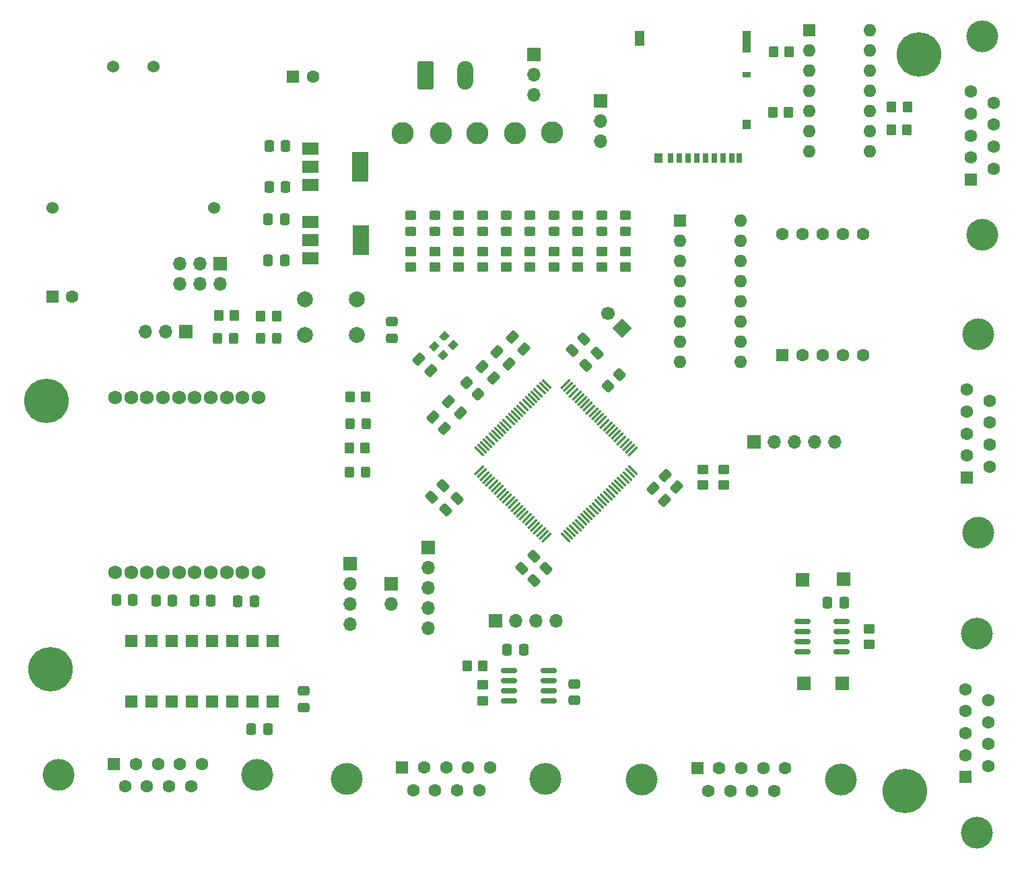
<source format=gbr>
%TF.GenerationSoftware,KiCad,Pcbnew,6.0.11-2627ca5db0~126~ubuntu20.04.1*%
%TF.CreationDate,2023-05-10T16:13:11+05:30*%
%TF.ProjectId,MVCU_F407,4d564355-5f46-4343-9037-2e6b69636164,rev?*%
%TF.SameCoordinates,Original*%
%TF.FileFunction,Soldermask,Top*%
%TF.FilePolarity,Negative*%
%FSLAX46Y46*%
G04 Gerber Fmt 4.6, Leading zero omitted, Abs format (unit mm)*
G04 Created by KiCad (PCBNEW 6.0.11-2627ca5db0~126~ubuntu20.04.1) date 2023-05-10 16:13:11*
%MOMM*%
%LPD*%
G01*
G04 APERTURE LIST*
G04 Aperture macros list*
%AMRoundRect*
0 Rectangle with rounded corners*
0 $1 Rounding radius*
0 $2 $3 $4 $5 $6 $7 $8 $9 X,Y pos of 4 corners*
0 Add a 4 corners polygon primitive as box body*
4,1,4,$2,$3,$4,$5,$6,$7,$8,$9,$2,$3,0*
0 Add four circle primitives for the rounded corners*
1,1,$1+$1,$2,$3*
1,1,$1+$1,$4,$5*
1,1,$1+$1,$6,$7*
1,1,$1+$1,$8,$9*
0 Add four rect primitives between the rounded corners*
20,1,$1+$1,$2,$3,$4,$5,0*
20,1,$1+$1,$4,$5,$6,$7,0*
20,1,$1+$1,$6,$7,$8,$9,0*
20,1,$1+$1,$8,$9,$2,$3,0*%
%AMHorizOval*
0 Thick line with rounded ends*
0 $1 width*
0 $2 $3 position (X,Y) of the first rounded end (center of the circle)*
0 $4 $5 position (X,Y) of the second rounded end (center of the circle)*
0 Add line between two ends*
20,1,$1,$2,$3,$4,$5,0*
0 Add two circle primitives to create the rounded ends*
1,1,$1,$2,$3*
1,1,$1,$4,$5*%
%AMRotRect*
0 Rectangle, with rotation*
0 The origin of the aperture is its center*
0 $1 length*
0 $2 width*
0 $3 Rotation angle, in degrees counterclockwise*
0 Add horizontal line*
21,1,$1,$2,0,0,$3*%
%AMOutline5P*
0 Free polygon, 5 corners , with rotation*
0 The origin of the aperture is its center*
0 number of corners: always 5*
0 $1 to $10 corner X, Y*
0 $11 Rotation angle, in degrees counterclockwise*
0 create outline with 5 corners*
4,1,5,$1,$2,$3,$4,$5,$6,$7,$8,$9,$10,$1,$2,$11*%
%AMOutline6P*
0 Free polygon, 6 corners , with rotation*
0 The origin of the aperture is its center*
0 number of corners: always 6*
0 $1 to $12 corner X, Y*
0 $13 Rotation angle, in degrees counterclockwise*
0 create outline with 6 corners*
4,1,6,$1,$2,$3,$4,$5,$6,$7,$8,$9,$10,$11,$12,$1,$2,$13*%
%AMOutline7P*
0 Free polygon, 7 corners , with rotation*
0 The origin of the aperture is its center*
0 number of corners: always 7*
0 $1 to $14 corner X, Y*
0 $15 Rotation angle, in degrees counterclockwise*
0 create outline with 7 corners*
4,1,7,$1,$2,$3,$4,$5,$6,$7,$8,$9,$10,$11,$12,$13,$14,$1,$2,$15*%
%AMOutline8P*
0 Free polygon, 8 corners , with rotation*
0 The origin of the aperture is its center*
0 number of corners: always 8*
0 $1 to $16 corner X, Y*
0 $17 Rotation angle, in degrees counterclockwise*
0 create outline with 8 corners*
4,1,8,$1,$2,$3,$4,$5,$6,$7,$8,$9,$10,$11,$12,$13,$14,$15,$16,$1,$2,$17*%
G04 Aperture macros list end*
%ADD10RoundRect,0.250000X-0.450000X0.325000X-0.450000X-0.325000X0.450000X-0.325000X0.450000X0.325000X0*%
%ADD11RoundRect,0.250000X-0.450000X0.350000X-0.450000X-0.350000X0.450000X-0.350000X0.450000X0.350000X0*%
%ADD12RoundRect,0.250000X0.325000X0.450000X-0.325000X0.450000X-0.325000X-0.450000X0.325000X-0.450000X0*%
%ADD13R,1.600000X1.600000*%
%ADD14O,1.600000X1.600000*%
%ADD15RoundRect,0.250000X-0.070711X0.565685X-0.565685X0.070711X0.070711X-0.565685X0.565685X-0.070711X0*%
%ADD16RoundRect,0.250000X0.574524X0.097227X0.097227X0.574524X-0.574524X-0.097227X-0.097227X-0.574524X0*%
%ADD17C,2.800000*%
%ADD18RoundRect,0.250000X-0.350000X-0.450000X0.350000X-0.450000X0.350000X0.450000X-0.350000X0.450000X0*%
%ADD19C,4.000000*%
%ADD20C,1.600000*%
%ADD21RoundRect,0.250000X-0.325000X-0.450000X0.325000X-0.450000X0.325000X0.450000X-0.325000X0.450000X0*%
%ADD22RoundRect,0.250000X-0.097227X0.574524X-0.574524X0.097227X0.097227X-0.574524X0.574524X-0.097227X0*%
%ADD23RoundRect,0.250000X0.350000X0.450000X-0.350000X0.450000X-0.350000X-0.450000X0.350000X-0.450000X0*%
%ADD24C,1.727200*%
%ADD25RoundRect,0.250000X0.337500X0.475000X-0.337500X0.475000X-0.337500X-0.475000X0.337500X-0.475000X0*%
%ADD26RoundRect,0.250000X-0.337500X-0.475000X0.337500X-0.475000X0.337500X0.475000X-0.337500X0.475000X0*%
%ADD27C,5.600000*%
%ADD28R,1.700000X1.700000*%
%ADD29O,1.700000X1.700000*%
%ADD30R,2.000000X1.500000*%
%ADD31R,2.000000X3.800000*%
%ADD32R,0.700000X1.200000*%
%ADD33R,1.000000X0.800000*%
%ADD34R,1.300000X1.900000*%
%ADD35R,1.000000X1.200000*%
%ADD36R,1.000000X2.800000*%
%ADD37RoundRect,0.250000X0.097227X-0.574524X0.574524X-0.097227X-0.097227X0.574524X-0.574524X0.097227X0*%
%ADD38RoundRect,0.250000X0.475000X-0.337500X0.475000X0.337500X-0.475000X0.337500X-0.475000X-0.337500X0*%
%ADD39RoundRect,0.250000X-0.750000X-1.550000X0.750000X-1.550000X0.750000X1.550000X-0.750000X1.550000X0*%
%ADD40O,2.000000X3.600000*%
%ADD41RoundRect,0.250000X-0.574524X-0.097227X-0.097227X-0.574524X0.574524X0.097227X0.097227X0.574524X0*%
%ADD42RoundRect,0.250000X0.565685X0.070711X0.070711X0.565685X-0.565685X-0.070711X-0.070711X-0.565685X0*%
%ADD43Outline5P,-0.500000X0.450000X0.230000X0.450000X0.500000X0.180000X0.500000X-0.450000X-0.500000X-0.450000X225.000000*%
%ADD44RotRect,1.000000X0.900000X225.000000*%
%ADD45RoundRect,0.075000X-0.565685X0.459619X0.459619X-0.565685X0.565685X-0.459619X-0.459619X0.565685X0*%
%ADD46RoundRect,0.075000X-0.565685X-0.459619X-0.459619X-0.565685X0.565685X0.459619X0.459619X0.565685X0*%
%ADD47C,2.000000*%
%ADD48RotRect,1.700000X1.700000X225.000000*%
%ADD49HorizOval,1.700000X0.000000X0.000000X0.000000X0.000000X0*%
%ADD50C,1.524000*%
%ADD51RoundRect,0.150000X-0.825000X-0.150000X0.825000X-0.150000X0.825000X0.150000X-0.825000X0.150000X0*%
%ADD52RoundRect,0.150000X0.825000X0.150000X-0.825000X0.150000X-0.825000X-0.150000X0.825000X-0.150000X0*%
%ADD53RoundRect,0.250000X0.450000X-0.350000X0.450000X0.350000X-0.450000X0.350000X-0.450000X-0.350000X0*%
G04 APERTURE END LIST*
D10*
%TO.C,D5*%
X127275000Y-61675000D03*
X127275000Y-63725000D03*
%TD*%
D11*
%TO.C,R17*%
X115275000Y-66200000D03*
X115275000Y-68200000D03*
%TD*%
D12*
%TO.C,D11*%
X95425000Y-77150000D03*
X93375000Y-77150000D03*
%TD*%
D13*
%TO.C,U1*%
X162371000Y-38394000D03*
D14*
X162371000Y-40934000D03*
X162371000Y-43474000D03*
X162371000Y-46014000D03*
X162371000Y-48554000D03*
X162371000Y-51094000D03*
X162371000Y-53634000D03*
X169991000Y-53634000D03*
X169991000Y-51094000D03*
X169991000Y-48554000D03*
X169991000Y-46014000D03*
X169991000Y-43474000D03*
X169991000Y-40934000D03*
X169991000Y-38394000D03*
%TD*%
D15*
%TO.C,R1*%
X138508107Y-81757893D03*
X137093893Y-83172107D03*
%TD*%
D16*
%TO.C,C13*%
X124601139Y-80358353D03*
X123133893Y-78891107D03*
%TD*%
D17*
%TO.C,+Vin*%
X130054000Y-51223000D03*
%TD*%
D18*
%TO.C,R5*%
X172671000Y-50919000D03*
X174671000Y-50919000D03*
%TD*%
D17*
%TO.C,-Vin*%
X125355000Y-51350000D03*
%TD*%
D10*
%TO.C,D2*%
X136275000Y-61675000D03*
X136275000Y-63725000D03*
%TD*%
D19*
%TO.C,J6*%
X183606107Y-76656893D03*
X183606107Y-101656893D03*
D13*
X182186107Y-94696893D03*
D20*
X182186107Y-91926893D03*
X182186107Y-89156893D03*
X182186107Y-86386893D03*
X182186107Y-83616893D03*
X185026107Y-93311893D03*
X185026107Y-90541893D03*
X185026107Y-87771893D03*
X185026107Y-85001893D03*
%TD*%
D11*
%TO.C,R12*%
X130275000Y-66200000D03*
X130275000Y-68200000D03*
%TD*%
D18*
%TO.C,R19*%
X93400000Y-74350000D03*
X95400000Y-74350000D03*
%TD*%
D21*
%TO.C,D13*%
X104509000Y-93985500D03*
X106559000Y-93985500D03*
%TD*%
D22*
%TO.C,C6*%
X129246406Y-106156754D03*
X127779160Y-107624000D03*
%TD*%
D23*
%TO.C,R22*%
X106534000Y-90985500D03*
X104534000Y-90985500D03*
%TD*%
D24*
%TO.C,U9*%
X75100660Y-106648200D03*
X77102180Y-106648200D03*
X79101160Y-106648200D03*
X81102680Y-106648200D03*
X83101660Y-106648200D03*
X85100640Y-106648200D03*
X87102160Y-106648200D03*
X89101140Y-106648200D03*
X91102660Y-106648200D03*
X93101640Y-106648200D03*
X93101640Y-84651800D03*
X91102660Y-84651800D03*
X89101140Y-84651800D03*
X87102160Y-84651800D03*
X85100640Y-84651800D03*
X83101660Y-84651800D03*
X81102680Y-84651800D03*
X79101160Y-84651800D03*
X77102180Y-84651800D03*
X75100660Y-84651800D03*
%TD*%
D11*
%TO.C,R11*%
X133275000Y-66200000D03*
X133275000Y-68200000D03*
%TD*%
D13*
%TO.C,U10*%
X158995000Y-79300000D03*
D20*
X161535000Y-79300000D03*
X164075000Y-79300000D03*
X166615000Y-79300000D03*
X169155000Y-79300000D03*
X169155000Y-64060000D03*
X166615000Y-64060000D03*
X164075000Y-64060000D03*
X161535000Y-64060000D03*
X158995000Y-64060000D03*
%TD*%
D25*
%TO.C,C26*%
X96512500Y-52950000D03*
X94437500Y-52950000D03*
%TD*%
D11*
%TO.C,R18*%
X112275000Y-66200000D03*
X112275000Y-68200000D03*
%TD*%
D26*
%TO.C,C19*%
X85074500Y-110200000D03*
X87149500Y-110200000D03*
%TD*%
D25*
%TO.C,C23*%
X96512500Y-58150000D03*
X94437500Y-58150000D03*
%TD*%
D26*
%TO.C,C25*%
X164701500Y-110399500D03*
X166776500Y-110399500D03*
%TD*%
D10*
%TO.C,D3*%
X133275000Y-61675000D03*
X133275000Y-63725000D03*
%TD*%
D27*
%TO.C,H4*%
X176155000Y-41444000D03*
%TD*%
D16*
%TO.C,C10*%
X144161730Y-97541516D03*
X142694484Y-96074270D03*
%TD*%
D27*
%TO.C,H2*%
X66932107Y-118792893D03*
%TD*%
D16*
%TO.C,C2*%
X126469623Y-78499623D03*
X125002377Y-77032377D03*
%TD*%
D23*
%TO.C,R4*%
X159771000Y-48719000D03*
X157771000Y-48719000D03*
%TD*%
%TO.C,R2*%
X159871000Y-41119000D03*
X157871000Y-41119000D03*
%TD*%
D28*
%TO.C,J2*%
X114425000Y-103525000D03*
D29*
X114425000Y-106065000D03*
X114425000Y-108605000D03*
X114425000Y-111145000D03*
X114425000Y-113685000D03*
%TD*%
D19*
%TO.C,J7*%
X104222107Y-132632562D03*
X129222107Y-132632562D03*
D13*
X111182107Y-131212562D03*
D20*
X113952107Y-131212562D03*
X116722107Y-131212562D03*
X119492107Y-131212562D03*
X122262107Y-131212562D03*
X112567107Y-134052562D03*
X115337107Y-134052562D03*
X118107107Y-134052562D03*
X120877107Y-134052562D03*
%TD*%
D10*
%TO.C,D6*%
X124275000Y-61675000D03*
X124275000Y-63725000D03*
%TD*%
D25*
%TO.C,C17*%
X96412500Y-67350000D03*
X94337500Y-67350000D03*
%TD*%
D30*
%TO.C,U6*%
X99625000Y-53250000D03*
X99625000Y-55550000D03*
D31*
X105925000Y-55550000D03*
D30*
X99625000Y-57850000D03*
%TD*%
D11*
%TO.C,R7*%
X148977000Y-93657000D03*
X148977000Y-95657000D03*
%TD*%
%TO.C,R13*%
X127275000Y-66200000D03*
X127275000Y-68200000D03*
%TD*%
D19*
%TO.C,J11*%
X184125776Y-39156893D03*
X184125776Y-64156893D03*
D13*
X182705776Y-57196893D03*
D20*
X182705776Y-54426893D03*
X182705776Y-51656893D03*
X182705776Y-48886893D03*
X182705776Y-46116893D03*
X185545776Y-55811893D03*
X185545776Y-53041893D03*
X185545776Y-50271893D03*
X185545776Y-47501893D03*
%TD*%
D28*
%TO.C,J20*%
X161677000Y-120565000D03*
%TD*%
%TO.C,J13*%
X155400000Y-90200000D03*
D29*
X157940000Y-90200000D03*
X160480000Y-90200000D03*
X163020000Y-90200000D03*
X165560000Y-90200000D03*
%TD*%
D13*
%TO.C,U3*%
X94922107Y-115282893D03*
X92382107Y-115282893D03*
X89842107Y-115282893D03*
X87302107Y-115282893D03*
X84762107Y-115282893D03*
X82222107Y-115282893D03*
X79682107Y-115282893D03*
X77142107Y-115282893D03*
X77142107Y-122902893D03*
X79682107Y-122902893D03*
X82222107Y-122902893D03*
X84762107Y-122902893D03*
X87302107Y-122902893D03*
X89842107Y-122902893D03*
X92382107Y-122902893D03*
X94922107Y-122902893D03*
%TD*%
D28*
%TO.C,J16*%
X127768000Y-41459000D03*
D29*
X127768000Y-43999000D03*
X127768000Y-46539000D03*
%TD*%
D28*
%TO.C,J10*%
X104625000Y-105500000D03*
D29*
X104625000Y-108040000D03*
X104625000Y-110580000D03*
X104625000Y-113120000D03*
%TD*%
D32*
%TO.C,J3*%
X144926000Y-54509000D03*
X146026000Y-54509000D03*
X147126000Y-54509000D03*
X148226000Y-54509000D03*
X149326000Y-54509000D03*
X150426000Y-54509000D03*
X151526000Y-54509000D03*
X152626000Y-54509000D03*
X153576000Y-54509000D03*
D33*
X154526000Y-44009000D03*
D34*
X141026000Y-39409000D03*
D35*
X143376000Y-54509000D03*
X154526000Y-50209000D03*
D36*
X154526000Y-39859000D03*
%TD*%
D37*
%TO.C,C7*%
X126255160Y-106100000D03*
X127722406Y-104632754D03*
%TD*%
D19*
%TO.C,J12*%
X183452669Y-139356893D03*
X183452669Y-114356893D03*
D13*
X182032669Y-132396893D03*
D20*
X182032669Y-129626893D03*
X182032669Y-126856893D03*
X182032669Y-124086893D03*
X182032669Y-121316893D03*
X184872669Y-131011893D03*
X184872669Y-128241893D03*
X184872669Y-125471893D03*
X184872669Y-122701893D03*
%TD*%
D25*
%TO.C,C18*%
X94269607Y-126392893D03*
X92194607Y-126392893D03*
%TD*%
D26*
%TO.C,C22*%
X80248500Y-110151000D03*
X82323500Y-110151000D03*
%TD*%
D28*
%TO.C,J21*%
X166657000Y-107455000D03*
%TD*%
D11*
%TO.C,R16*%
X118275000Y-66200000D03*
X118275000Y-68200000D03*
%TD*%
D10*
%TO.C,D9*%
X115275000Y-61675000D03*
X115275000Y-63725000D03*
%TD*%
D26*
%TO.C,C16*%
X90535500Y-110278000D03*
X92610500Y-110278000D03*
%TD*%
D13*
%TO.C,U8*%
X146105000Y-62327500D03*
D14*
X146105000Y-64867500D03*
X146105000Y-67407500D03*
X146105000Y-69947500D03*
X146105000Y-72487500D03*
X146105000Y-75027500D03*
X146105000Y-77567500D03*
X146105000Y-80107500D03*
X153725000Y-80107500D03*
X153725000Y-77567500D03*
X153725000Y-75027500D03*
X153725000Y-72487500D03*
X153725000Y-69947500D03*
X153725000Y-67407500D03*
X153725000Y-64867500D03*
X153725000Y-62327500D03*
%TD*%
D27*
%TO.C,H3*%
X66475000Y-85000000D03*
%TD*%
D17*
%TO.C,+5V*%
X111258000Y-51350000D03*
%TD*%
D38*
%TO.C,C3*%
X109861000Y-77152500D03*
X109861000Y-75077500D03*
%TD*%
D30*
%TO.C,U4*%
X99675000Y-62500000D03*
X99675000Y-64800000D03*
D31*
X105975000Y-64800000D03*
D30*
X99675000Y-67100000D03*
%TD*%
D10*
%TO.C,D4*%
X130275000Y-61675000D03*
X130275000Y-63725000D03*
%TD*%
D39*
%TO.C,J5*%
X114152107Y-44071500D03*
D40*
X119152107Y-44071500D03*
%TD*%
D41*
%TO.C,C8*%
X113291377Y-79766377D03*
X114758623Y-81233623D03*
%TD*%
D16*
%TO.C,C1*%
X122659623Y-82182623D03*
X121192377Y-80715377D03*
%TD*%
D22*
%TO.C,C14*%
X116358623Y-95666377D03*
X114891377Y-97133623D03*
%TD*%
D28*
%TO.C,J17*%
X88275000Y-67750000D03*
D29*
X88275000Y-70290000D03*
X85735000Y-67750000D03*
X85735000Y-70290000D03*
X83195000Y-67750000D03*
X83195000Y-70290000D03*
%TD*%
D11*
%TO.C,R20*%
X169932000Y-113723000D03*
X169932000Y-115723000D03*
%TD*%
D38*
%TO.C,C21*%
X98812000Y-123613000D03*
X98812000Y-121538000D03*
%TD*%
D22*
%TO.C,C11*%
X118136623Y-97317377D03*
X116669377Y-98784623D03*
%TD*%
D28*
%TO.C,J22*%
X166503000Y-120565000D03*
%TD*%
D10*
%TO.C,D1*%
X139275000Y-61675000D03*
X139275000Y-63725000D03*
%TD*%
D26*
%TO.C,C28*%
X75237500Y-110100000D03*
X77312500Y-110100000D03*
%TD*%
D41*
%TO.C,C5*%
X144218484Y-94423270D03*
X145685730Y-95890516D03*
%TD*%
D19*
%TO.C,J4*%
X67972107Y-132132562D03*
X92972107Y-132132562D03*
D13*
X74932107Y-130712562D03*
D20*
X77702107Y-130712562D03*
X80472107Y-130712562D03*
X83242107Y-130712562D03*
X86012107Y-130712562D03*
X76317107Y-133552562D03*
X79087107Y-133552562D03*
X81857107Y-133552562D03*
X84627107Y-133552562D03*
%TD*%
D28*
%TO.C,J14*%
X122925000Y-112700000D03*
D29*
X125465000Y-112700000D03*
X128005000Y-112700000D03*
X130545000Y-112700000D03*
%TD*%
D23*
%TO.C,R25*%
X121325000Y-118400000D03*
X119325000Y-118400000D03*
%TD*%
D21*
%TO.C,D12*%
X87975000Y-77200000D03*
X90025000Y-77200000D03*
%TD*%
D27*
%TO.C,H1*%
X174425000Y-134100000D03*
%TD*%
D28*
%TO.C,J18*%
X83975000Y-76300000D03*
D29*
X81435000Y-76300000D03*
X78895000Y-76300000D03*
%TD*%
D17*
%TO.C,3V3*%
X116084000Y-51350000D03*
%TD*%
D25*
%TO.C,C20*%
X96412500Y-62200000D03*
X94337500Y-62200000D03*
%TD*%
D42*
%TO.C,R3*%
X120728107Y-84188107D03*
X119313893Y-82773893D03*
%TD*%
D11*
%TO.C,R9*%
X139275000Y-66200000D03*
X139275000Y-68200000D03*
%TD*%
%TO.C,R14*%
X124275000Y-66200000D03*
X124275000Y-68200000D03*
%TD*%
D19*
%TO.C,J8*%
X166322107Y-132682562D03*
X141322107Y-132682562D03*
D13*
X148282107Y-131262562D03*
D20*
X151052107Y-131262562D03*
X153822107Y-131262562D03*
X156592107Y-131262562D03*
X159362107Y-131262562D03*
X149667107Y-134102562D03*
X152437107Y-134102562D03*
X155207107Y-134102562D03*
X157977107Y-134102562D03*
%TD*%
D10*
%TO.C,D10*%
X112275000Y-61675000D03*
X112275000Y-63725000D03*
%TD*%
D11*
%TO.C,R8*%
X151644000Y-93657000D03*
X151644000Y-95657000D03*
%TD*%
D43*
%TO.C,Y1*%
X116513388Y-76880996D03*
D44*
X115240596Y-78153788D03*
X116336612Y-79249803D03*
X117609404Y-77969940D03*
%TD*%
D21*
%TO.C,D14*%
X104592786Y-87925714D03*
X106642786Y-87925714D03*
%TD*%
D45*
%TO.C,U2*%
X129347703Y-82923208D03*
X128994150Y-83276761D03*
X128640596Y-83630315D03*
X128287043Y-83983868D03*
X127933490Y-84337421D03*
X127579936Y-84690975D03*
X127226383Y-85044528D03*
X126872829Y-85398082D03*
X126519276Y-85751635D03*
X126165723Y-86105188D03*
X125812169Y-86458742D03*
X125458616Y-86812295D03*
X125105062Y-87165848D03*
X124751509Y-87519402D03*
X124397956Y-87872955D03*
X124044402Y-88226509D03*
X123690849Y-88580062D03*
X123337296Y-88933615D03*
X122983742Y-89287169D03*
X122630189Y-89640722D03*
X122276635Y-89994276D03*
X121923082Y-90347829D03*
X121569529Y-90701382D03*
X121215975Y-91054936D03*
X120862422Y-91408489D03*
D46*
X120862422Y-93777297D03*
X121215975Y-94130850D03*
X121569529Y-94484404D03*
X121923082Y-94837957D03*
X122276635Y-95191510D03*
X122630189Y-95545064D03*
X122983742Y-95898617D03*
X123337296Y-96252171D03*
X123690849Y-96605724D03*
X124044402Y-96959277D03*
X124397956Y-97312831D03*
X124751509Y-97666384D03*
X125105062Y-98019938D03*
X125458616Y-98373491D03*
X125812169Y-98727044D03*
X126165723Y-99080598D03*
X126519276Y-99434151D03*
X126872829Y-99787704D03*
X127226383Y-100141258D03*
X127579936Y-100494811D03*
X127933490Y-100848365D03*
X128287043Y-101201918D03*
X128640596Y-101555471D03*
X128994150Y-101909025D03*
X129347703Y-102262578D03*
D45*
X131716511Y-102262578D03*
X132070064Y-101909025D03*
X132423618Y-101555471D03*
X132777171Y-101201918D03*
X133130724Y-100848365D03*
X133484278Y-100494811D03*
X133837831Y-100141258D03*
X134191385Y-99787704D03*
X134544938Y-99434151D03*
X134898491Y-99080598D03*
X135252045Y-98727044D03*
X135605598Y-98373491D03*
X135959152Y-98019938D03*
X136312705Y-97666384D03*
X136666258Y-97312831D03*
X137019812Y-96959277D03*
X137373365Y-96605724D03*
X137726918Y-96252171D03*
X138080472Y-95898617D03*
X138434025Y-95545064D03*
X138787579Y-95191510D03*
X139141132Y-94837957D03*
X139494685Y-94484404D03*
X139848239Y-94130850D03*
X140201792Y-93777297D03*
D46*
X140201792Y-91408489D03*
X139848239Y-91054936D03*
X139494685Y-90701382D03*
X139141132Y-90347829D03*
X138787579Y-89994276D03*
X138434025Y-89640722D03*
X138080472Y-89287169D03*
X137726918Y-88933615D03*
X137373365Y-88580062D03*
X137019812Y-88226509D03*
X136666258Y-87872955D03*
X136312705Y-87519402D03*
X135959152Y-87165848D03*
X135605598Y-86812295D03*
X135252045Y-86458742D03*
X134898491Y-86105188D03*
X134544938Y-85751635D03*
X134191385Y-85398082D03*
X133837831Y-85044528D03*
X133484278Y-84690975D03*
X133130724Y-84337421D03*
X132777171Y-83983868D03*
X132423618Y-83630315D03*
X132070064Y-83276761D03*
X131716511Y-82923208D03*
%TD*%
D16*
%TO.C,C15*%
X116501516Y-88514730D03*
X115034270Y-87047484D03*
%TD*%
D47*
%TO.C,SW1*%
X105482107Y-72242893D03*
X98982107Y-72242893D03*
X105482107Y-76742893D03*
X98982107Y-76742893D03*
%TD*%
D11*
%TO.C,R15*%
X121275000Y-66200000D03*
X121275000Y-68200000D03*
%TD*%
D28*
%TO.C,J19*%
X161507000Y-107530000D03*
%TD*%
D13*
%TO.C,C27*%
X67172349Y-71900000D03*
D20*
X69672349Y-71900000D03*
%TD*%
D23*
%TO.C,R21*%
X90100000Y-74300000D03*
X88100000Y-74300000D03*
%TD*%
D48*
%TO.C,J15*%
X138826562Y-75851562D03*
D49*
X137030511Y-74055511D03*
%TD*%
D16*
%TO.C,C9*%
X118505139Y-86581353D03*
X117037893Y-85114107D03*
%TD*%
D11*
%TO.C,R10*%
X136275000Y-66200000D03*
X136275000Y-68200000D03*
%TD*%
D50*
%TO.C,U7*%
X79872107Y-42913893D03*
X74792107Y-42913893D03*
X67172107Y-60693893D03*
X87492107Y-60693893D03*
%TD*%
D51*
%TO.C,U5*%
X161488000Y-112818000D03*
X161488000Y-114088000D03*
X161488000Y-115358000D03*
X161488000Y-116628000D03*
X166438000Y-116628000D03*
X166438000Y-115358000D03*
X166438000Y-114088000D03*
X166438000Y-112818000D03*
%TD*%
D52*
%TO.C,U11*%
X129600000Y-122805000D03*
X129600000Y-121535000D03*
X129600000Y-120265000D03*
X129600000Y-118995000D03*
X124650000Y-118995000D03*
X124650000Y-120265000D03*
X124650000Y-121535000D03*
X124650000Y-122805000D03*
%TD*%
D37*
%TO.C,C12*%
X132541754Y-78725246D03*
X134009000Y-77258000D03*
%TD*%
D18*
%TO.C,R6*%
X172721000Y-48019000D03*
X174721000Y-48019000D03*
%TD*%
D25*
%TO.C,C30*%
X126462500Y-116400000D03*
X124387500Y-116400000D03*
%TD*%
D17*
%TO.C,GND*%
X120656000Y-51350000D03*
%TD*%
D28*
%TO.C,J1*%
X136150000Y-47275000D03*
D29*
X136150000Y-49815000D03*
X136150000Y-52355000D03*
%TD*%
D23*
%TO.C,R23*%
X106617786Y-84525714D03*
X104617786Y-84525714D03*
%TD*%
D53*
%TO.C,R24*%
X121325000Y-122800000D03*
X121325000Y-120800000D03*
%TD*%
D13*
%TO.C,C24*%
X97472349Y-44200000D03*
D20*
X99972349Y-44200000D03*
%TD*%
D10*
%TO.C,D8*%
X118275000Y-61675000D03*
X118275000Y-63725000D03*
%TD*%
%TO.C,D7*%
X121275000Y-61675000D03*
X121275000Y-63725000D03*
%TD*%
D38*
%TO.C,C29*%
X132825000Y-122737500D03*
X132825000Y-120662500D03*
%TD*%
D37*
%TO.C,C4*%
X134273377Y-80531623D03*
X135740623Y-79064377D03*
%TD*%
D28*
%TO.C,J23*%
X109825000Y-108065000D03*
D29*
X109825000Y-110605000D03*
%TD*%
M02*

</source>
